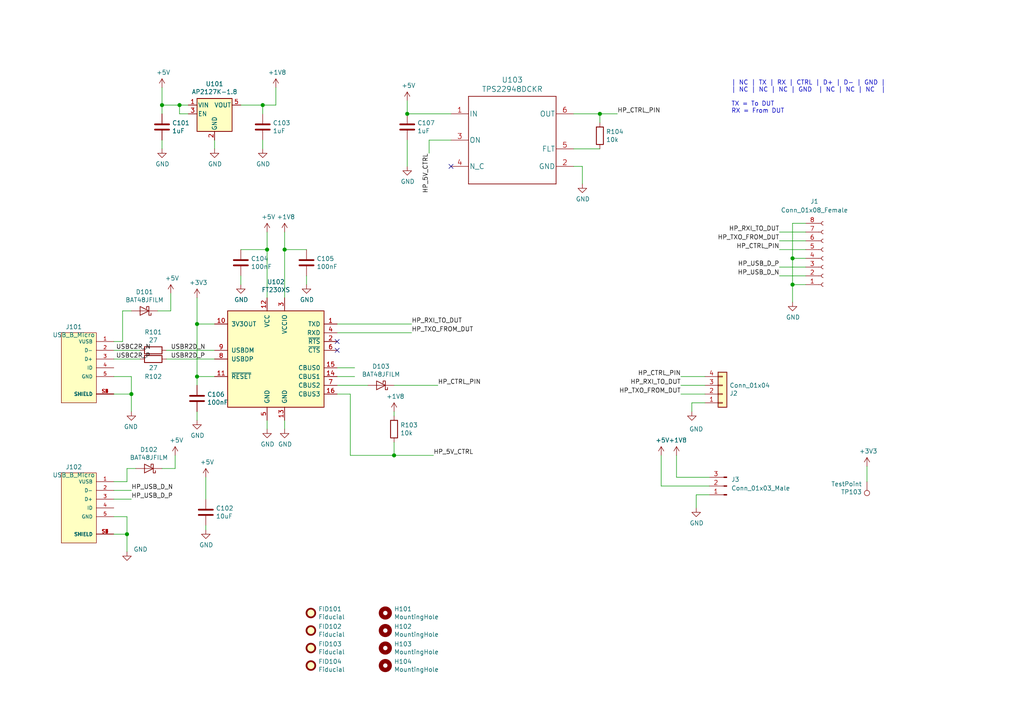
<source format=kicad_sch>
(kicad_sch (version 20210126) (generator eeschema)
  (paper "A4")
  (lib_symbols
    (symbol "10118193-0001LF:10118193-0001LF" (pin_names (offset 1.016))
      (property "Reference" "J" (at -5.08 10.922 0))
      (property "Value" "10118193-0001LF" (at -5.08 -12.7 0))
      (symbol "10118193-0001LF_0_0"
        (rectangle (start -5.08 -10.16) (end 5.08 10.16) (stroke (width 0.1524)) (fill (type background)))
        (pin passive line (at -10.16 7.62 0) (length 5.08) (name "VUSB") (number "1"))
        (pin passive line (at -10.16 5.08 0) (length 5.08) (name "D-") (number "2"))
        (pin passive line (at -10.16 2.54 0) (length 5.08) (name "D+") (number "3"))
        (pin passive line (at -10.16 0 0) (length 5.08) (name "ID") (number "4"))
        (pin passive line (at -10.16 -2.54 0) (length 5.08) (name "GND") (number "5"))
        (pin passive line (at -10.16 -7.62 0) (length 5.08) (name "SHIELD") (number "S1"))
        (pin passive line (at -10.16 -7.62 0) (length 5.08) (name "SHIELD") (number "S2"))
        (pin passive line (at -10.16 -7.62 0) (length 5.08) (name "SHIELD") (number "S3"))
        (pin passive line (at -10.16 -7.62 0) (length 5.08) (name "SHIELD") (number "S4"))
        (pin passive line (at -10.16 -7.62 0) (length 5.08) (name "SHIELD") (number "S5"))
        (pin passive line (at -10.16 -7.62 0) (length 5.08) (name "SHIELD") (number "S6"))
      )
    )
    (symbol "Connector:Conn_01x03_Male" (pin_names (offset 1.016) hide)
      (property "Reference" "J" (at 0 5.08 0))
      (property "Value" "Conn_01x03_Male" (at 0 -5.08 0))
      (symbol "Conn_01x03_Male_1_1"
        (rectangle (start 0.8636 -2.413) (end 0 -2.667) (stroke (width 0.1524)) (fill (type outline)))
        (rectangle (start 0.8636 0.127) (end 0 -0.127) (stroke (width 0.1524)) (fill (type outline)))
        (rectangle (start 0.8636 2.667) (end 0 2.413) (stroke (width 0.1524)) (fill (type outline)))
        (polyline (pts (xy 1.27 -2.54) (xy 0.8636 -2.54)) (stroke (width 0.1524)))
        (polyline (pts (xy 1.27 0) (xy 0.8636 0)) (stroke (width 0.1524)))
        (polyline (pts (xy 1.27 2.54) (xy 0.8636 2.54)) (stroke (width 0.1524)))
        (pin passive line (at 5.08 2.54 180) (length 3.81) (name "Pin_1") (number "1"))
        (pin passive line (at 5.08 0 180) (length 3.81) (name "Pin_2") (number "2"))
        (pin passive line (at 5.08 -2.54 180) (length 3.81) (name "Pin_3") (number "3"))
      )
    )
    (symbol "Connector:Conn_01x08_Female" (pin_names (offset 1.016) hide)
      (property "Reference" "J" (at 0 10.16 0))
      (property "Value" "Conn_01x08_Female" (at 0 -12.7 0))
      (symbol "Conn_01x08_Female_1_1"
        (arc (start 0 -9.652) (end 0 -10.668) (radius (at 0 -10.16) (length 0.508) (angles 90.1 -90.1)) (stroke (width 0.1524)))
        (arc (start 0 -7.112) (end 0 -8.128) (radius (at 0 -7.62) (length 0.508) (angles 90.1 -90.1)) (stroke (width 0.1524)))
        (arc (start 0 -4.572) (end 0 -5.588) (radius (at 0 -5.08) (length 0.508) (angles 90.1 -90.1)) (stroke (width 0.1524)))
        (arc (start 0 -2.032) (end 0 -3.048) (radius (at 0 -2.54) (length 0.508) (angles 90.1 -90.1)) (stroke (width 0.1524)))
        (arc (start 0 0.508) (end 0 -0.508) (radius (at 0 0) (length 0.508) (angles 90.1 -90.1)) (stroke (width 0.1524)))
        (arc (start 0 3.048) (end 0 2.032) (radius (at 0 2.54) (length 0.508) (angles 90.1 -90.1)) (stroke (width 0.1524)))
        (arc (start 0 5.588) (end 0 4.572) (radius (at 0 5.08) (length 0.508) (angles 90.1 -90.1)) (stroke (width 0.1524)))
        (arc (start 0 8.128) (end 0 7.112) (radius (at 0 7.62) (length 0.508) (angles 90.1 -90.1)) (stroke (width 0.1524)))
        (polyline (pts (xy -1.27 -10.16) (xy -0.508 -10.16)) (stroke (width 0.1524)))
        (polyline (pts (xy -1.27 -7.62) (xy -0.508 -7.62)) (stroke (width 0.1524)))
        (polyline (pts (xy -1.27 -5.08) (xy -0.508 -5.08)) (stroke (width 0.1524)))
        (polyline (pts (xy -1.27 -2.54) (xy -0.508 -2.54)) (stroke (width 0.1524)))
        (polyline (pts (xy -1.27 0) (xy -0.508 0)) (stroke (width 0.1524)))
        (polyline (pts (xy -1.27 2.54) (xy -0.508 2.54)) (stroke (width 0.1524)))
        (polyline (pts (xy -1.27 5.08) (xy -0.508 5.08)) (stroke (width 0.1524)))
        (polyline (pts (xy -1.27 7.62) (xy -0.508 7.62)) (stroke (width 0.1524)))
        (pin passive line (at -5.08 7.62 0) (length 3.81) (name "Pin_1") (number "1"))
        (pin passive line (at -5.08 5.08 0) (length 3.81) (name "Pin_2") (number "2"))
        (pin passive line (at -5.08 2.54 0) (length 3.81) (name "Pin_3") (number "3"))
        (pin passive line (at -5.08 0 0) (length 3.81) (name "Pin_4") (number "4"))
        (pin passive line (at -5.08 -2.54 0) (length 3.81) (name "Pin_5") (number "5"))
        (pin passive line (at -5.08 -5.08 0) (length 3.81) (name "Pin_6") (number "6"))
        (pin passive line (at -5.08 -7.62 0) (length 3.81) (name "Pin_7") (number "7"))
        (pin passive line (at -5.08 -10.16 0) (length 3.81) (name "Pin_8") (number "8"))
      )
    )
    (symbol "TPS22948DCKR:TPS22948DCKR" (pin_names (offset 0.254))
      (property "Reference" "U" (at 0 2.54 0))
      (property "Value" "TPS22948DCKR" (at 0 0 0))
      (symbol "TPS22948DCKR_1_1"
        (polyline (pts (xy -12.7 -12.7) (xy 12.7 -12.7)) (stroke (width 0.2032)))
        (polyline (pts (xy -12.7 12.7) (xy -12.7 -12.7)) (stroke (width 0.2032)))
        (polyline (pts (xy 12.7 -12.7) (xy 12.7 12.7)) (stroke (width 0.2032)))
        (polyline (pts (xy 12.7 12.7) (xy -12.7 12.7)) (stroke (width 0.2032)))
        (pin power_in line (at -17.78 7.62 0) (length 5.08) (name "IN") (number "1"))
        (pin power_in line (at 17.78 -7.62 180) (length 5.08) (name "GND") (number "2"))
        (pin input line (at -17.78 0 0) (length 5.08) (name "ON") (number "3"))
        (pin unspecified line (at -17.78 -7.62 0) (length 5.08) (name "N_C") (number "4"))
        (pin open_collector line (at 17.78 -2.54 180) (length 5.08) (name "FLT") (number "5"))
        (pin power_in line (at 17.78 7.62 180) (length 5.08) (name "OUT") (number "6"))
      )
    )
    (symbol "homebreakout-rescue:+1V8-power" (power) (pin_names (offset 0))
      (property "Value" "+1V8-power" (at 0 3.556 0))
      (symbol "+1V8-power_0_1"
        (polyline (pts (xy -0.762 1.27) (xy 0 2.54)))
        (polyline (pts (xy 0 0) (xy 0 2.54)))
        (polyline (pts (xy 0 2.54) (xy 0.762 1.27)))
      )
      (symbol "+1V8-power_1_1"
        (pin power_in line (at 0 0 90) (length 0) hide (name "+1V8") (number "1"))
      )
    )
    (symbol "homebreakout-rescue:+3.3V-power" (power) (pin_names (offset 0))
      (property "Value" "+3.3V-power" (at 0 3.556 0))
      (symbol "+3.3V-power_0_1"
        (polyline (pts (xy -0.762 1.27) (xy 0 2.54)))
        (polyline (pts (xy 0 0) (xy 0 2.54)))
        (polyline (pts (xy 0 2.54) (xy 0.762 1.27)))
      )
      (symbol "+3.3V-power_1_1"
        (pin power_in line (at 0 0 90) (length 0) hide (name "+3V3") (number "1"))
      )
    )
    (symbol "homebreakout-rescue:+5V-power" (power) (pin_names (offset 0))
      (property "Value" "+5V-power" (at 0 3.556 0))
      (symbol "+5V-power_0_1"
        (polyline (pts (xy -0.762 1.27) (xy 0 2.54)))
        (polyline (pts (xy 0 0) (xy 0 2.54)))
        (polyline (pts (xy 0 2.54) (xy 0.762 1.27)))
      )
      (symbol "+5V-power_1_1"
        (pin power_in line (at 0 0 90) (length 0) hide (name "+5V") (number "1"))
      )
    )
    (symbol "homebreakout-rescue:AP2127K-1.8-Regulator_Linear" (pin_names (offset 0.254))
      (property "Reference" "U" (at -5.08 5.715 0))
      (property "Value" "AP2127K-1.8-Regulator_Linear" (at 0 5.715 0))
      (symbol "AP2127K-1.8-Regulator_Linear_0_1"
        (rectangle (start -5.08 4.445) (end 5.08 -5.08) (stroke (width 0.254)) (fill (type background)))
      )
      (symbol "AP2127K-1.8-Regulator_Linear_1_1"
        (pin power_in line (at -7.62 2.54 0) (length 2.54) (name "VIN") (number "1"))
        (pin power_in line (at 0 -7.62 90) (length 2.54) (name "GND") (number "2"))
        (pin input line (at -7.62 0 0) (length 2.54) (name "EN") (number "3"))
        (pin no_connect line (at 7.62 0 180) (length 2.54) hide (name "NC") (number "4"))
        (pin power_out line (at 7.62 2.54 180) (length 2.54) (name "VOUT") (number "5"))
      )
    )
    (symbol "homebreakout-rescue:BAT48JFILM-Diode" (pin_numbers hide) (pin_names (offset 1.016) hide)
      (property "Reference" "D" (at 0 2.54 0))
      (property "Value" "BAT48JFILM-Diode" (at 0 -2.54 0))
      (symbol "BAT48JFILM-Diode_0_1"
        (polyline (pts (xy 1.27 0) (xy -1.27 0)))
        (polyline (pts (xy 1.27 1.27) (xy 1.27 -1.27) (xy -1.27 0) (xy 1.27 1.27)) (stroke (width 0.2032)))
        (polyline (pts (xy -1.905 0.635) (xy -1.905 1.27) (xy -1.27 1.27) (xy -1.27 -1.27) (xy -0.635 -1.27) (xy -0.635 -0.635)) (stroke (width 0.2032)))
      )
      (symbol "BAT48JFILM-Diode_1_1"
        (pin passive line (at -3.81 0 0) (length 2.54) (name "K") (number "1"))
        (pin passive line (at 3.81 0 180) (length 2.54) (name "A") (number "2"))
      )
    )
    (symbol "homebreakout-rescue:C-Device" (pin_numbers hide) (pin_names (offset 0.254))
      (property "Reference" "C" (at 0.635 2.54 0))
      (property "Value" "C-Device" (at 0.635 -2.54 0))
      (symbol "C-Device_0_1"
        (polyline (pts (xy -2.032 -0.762) (xy 2.032 -0.762)) (stroke (width 0.508)))
        (polyline (pts (xy -2.032 0.762) (xy 2.032 0.762)) (stroke (width 0.508)))
      )
      (symbol "C-Device_1_1"
        (pin passive line (at 0 3.81 270) (length 2.794) (name "~") (number "1"))
        (pin passive line (at 0 -3.81 90) (length 2.794) (name "~") (number "2"))
      )
    )
    (symbol "homebreakout-rescue:Conn_01x04-Connector_Generic" (pin_names (offset 1.016) hide)
      (property "Reference" "J" (at 0 5.08 0))
      (property "Value" "Conn_01x04-Connector_Generic" (at 0 -7.62 0))
      (symbol "Conn_01x04-Connector_Generic_1_1"
        (rectangle (start -1.27 -4.953) (end 0 -5.207) (stroke (width 0.1524)))
        (rectangle (start -1.27 -2.413) (end 0 -2.667) (stroke (width 0.1524)))
        (rectangle (start -1.27 0.127) (end 0 -0.127) (stroke (width 0.1524)))
        (rectangle (start -1.27 2.667) (end 0 2.413) (stroke (width 0.1524)))
        (rectangle (start -1.27 3.81) (end 1.27 -6.35) (stroke (width 0.254)) (fill (type background)))
        (pin passive line (at -5.08 2.54 0) (length 3.81) (name "Pin_1") (number "1"))
        (pin passive line (at -5.08 0 0) (length 3.81) (name "Pin_2") (number "2"))
        (pin passive line (at -5.08 -2.54 0) (length 3.81) (name "Pin_3") (number "3"))
        (pin passive line (at -5.08 -5.08 0) (length 3.81) (name "Pin_4") (number "4"))
      )
    )
    (symbol "homebreakout-rescue:FT230XS-Interface_USB" (pin_names (offset 1.016))
      (property "Reference" "U" (at -13.97 15.24 0))
      (property "Value" "FT230XS-Interface_USB" (at 7.62 15.24 0))
      (symbol "FT230XS-Interface_USB_0_1"
        (rectangle (start -13.97 13.97) (end 13.97 -13.97) (stroke (width 0.254)) (fill (type background)))
      )
      (symbol "FT230XS-Interface_USB_1_1"
        (pin output line (at 17.78 10.16 180) (length 3.81) (name "TXD") (number "1"))
        (pin power_out line (at -17.78 10.16 0) (length 3.81) (name "3V3OUT") (number "10"))
        (pin input line (at -17.78 -5.08 0) (length 3.81) (name "~RESET") (number "11"))
        (pin power_in line (at -2.54 17.78 270) (length 3.81) (name "VCC") (number "12"))
        (pin power_in line (at 2.54 -17.78 90) (length 3.81) (name "GND") (number "13"))
        (pin bidirectional line (at 17.78 -5.08 180) (length 3.81) (name "CBUS1") (number "14"))
        (pin bidirectional line (at 17.78 -2.54 180) (length 3.81) (name "CBUS0") (number "15"))
        (pin bidirectional line (at 17.78 -10.16 180) (length 3.81) (name "CBUS3") (number "16"))
        (pin output line (at 17.78 5.08 180) (length 3.81) (name "~RTS") (number "2"))
        (pin power_in line (at 2.54 17.78 270) (length 3.81) (name "VCCIO") (number "3"))
        (pin input line (at 17.78 7.62 180) (length 3.81) (name "RXD") (number "4"))
        (pin power_in line (at -2.54 -17.78 90) (length 3.81) (name "GND") (number "5"))
        (pin input line (at 17.78 2.54 180) (length 3.81) (name "~CTS") (number "6"))
        (pin bidirectional line (at 17.78 -7.62 180) (length 3.81) (name "CBUS2") (number "7"))
        (pin bidirectional line (at -17.78 0 0) (length 3.81) (name "USBDP") (number "8"))
        (pin bidirectional line (at -17.78 2.54 0) (length 3.81) (name "USBDM") (number "9"))
      )
    )
    (symbol "homebreakout-rescue:Fiducial-Mechanical"
      (property "Reference" "FID" (at 0 5.08 0))
      (property "Value" "Fiducial-Mechanical" (at 0 3.175 0))
      (symbol "Fiducial-Mechanical_0_1"
        (circle (center 0 0) (radius 1.27) (stroke (width 0.508)) (fill (type background)))
      )
    )
    (symbol "homebreakout-rescue:GND-power" (power) (pin_names (offset 0))
      (property "Value" "GND-power" (at 0 -3.81 0))
      (symbol "GND-power_0_1"
        (polyline (pts (xy 0 0) (xy 0 -1.27) (xy 1.27 -1.27) (xy 0 -2.54) (xy -1.27 -1.27) (xy 0 -1.27)))
      )
      (symbol "GND-power_1_1"
        (pin power_in line (at 0 0 270) (length 0) hide (name "GND") (number "1"))
      )
    )
    (symbol "homebreakout-rescue:MountingHole-Mechanical" (pin_names (offset 1.016))
      (property "Reference" "H" (at 0 5.08 0))
      (property "Value" "MountingHole-Mechanical" (at 0 3.175 0))
      (symbol "MountingHole-Mechanical_0_1"
        (circle (center 0 0) (radius 1.27) (stroke (width 1.27)))
      )
    )
    (symbol "homebreakout-rescue:R-Device" (pin_numbers hide) (pin_names (offset 0))
      (property "Reference" "R" (at 2.032 0 90))
      (property "Value" "R-Device" (at 0 0 90))
      (symbol "R-Device_0_1"
        (rectangle (start -1.016 -2.54) (end 1.016 2.54) (stroke (width 0.254)))
      )
      (symbol "R-Device_1_1"
        (pin passive line (at 0 3.81 270) (length 1.27) (name "~") (number "1"))
        (pin passive line (at 0 -3.81 90) (length 1.27) (name "~") (number "2"))
      )
    )
    (symbol "homebreakout-rescue:TestPoint-Connector" (pin_numbers hide) (pin_names (offset 0.762) hide)
      (property "Reference" "TP" (at 0 6.858 0))
      (property "Value" "TestPoint-Connector" (at 0 5.08 0))
      (symbol "TestPoint-Connector_0_1"
        (circle (center 0 3.302) (radius 0.762))
      )
      (symbol "TestPoint-Connector_1_1"
        (pin passive line (at 0 0 90) (length 2.54) (name "1") (number "1"))
      )
    )
    (symbol "power:GND" (power) (pin_names (offset 0))
      (property "Value" "GND" (at 0 -3.81 0))
      (symbol "GND_0_1"
        (polyline (pts (xy 0 0) (xy 0 -1.27) (xy 1.27 -1.27) (xy 0 -2.54) (xy -1.27 -1.27) (xy 0 -1.27)))
      )
      (symbol "GND_1_1"
        (pin power_in line (at 0 0 270) (length 0) hide (name "GND") (number "1"))
      )
    )
  )
  (junction (at 36.83 154.94) (diameter 1.016))
  (junction (at 38.1 114.3) (diameter 1.016))
  (junction (at 46.99 30.48) (diameter 1.016))
  (junction (at 52.07 30.48) (diameter 1.016))
  (junction (at 57.15 93.98) (diameter 1.016))
  (junction (at 57.15 109.22) (diameter 1.016))
  (junction (at 76.2 30.48) (diameter 1.016))
  (junction (at 77.47 72.39) (diameter 1.016))
  (junction (at 82.55 72.39) (diameter 1.016))
  (junction (at 114.3 132.08) (diameter 1.016))
  (junction (at 118.11 33.02) (diameter 1.016))
  (junction (at 173.99 33.02) (diameter 1.016))
  (junction (at 229.87 74.93) (diameter 1.016))
  (junction (at 229.87 82.55) (diameter 1.016))
  (no_connect (at 97.79 99.06))
  (no_connect (at 97.79 101.6))
  (no_connect (at 130.81 48.26))
  (wire (pts (xy 33.02 99.06) (xy 35.56 99.06)))
  (wire (pts (xy 33.02 101.6) (xy 40.64 101.6)))
  (wire (pts (xy 33.02 104.14) (xy 40.64 104.14)))
  (wire (pts (xy 33.02 109.22) (xy 38.1 109.22)))
  (wire (pts (xy 33.02 139.7) (xy 36.83 139.7)))
  (wire (pts (xy 33.02 144.78) (xy 38.1 144.78)))
  (wire (pts (xy 33.02 149.86) (xy 36.83 149.86)))
  (wire (pts (xy 33.02 154.94) (xy 36.83 154.94)))
  (wire (pts (xy 35.56 90.17) (xy 35.56 99.06)))
  (wire (pts (xy 35.56 90.17) (xy 38.1 90.17)))
  (wire (pts (xy 36.83 135.89) (xy 39.37 135.89)))
  (wire (pts (xy 36.83 139.7) (xy 36.83 135.89)))
  (wire (pts (xy 36.83 149.86) (xy 36.83 154.94)))
  (wire (pts (xy 36.83 154.94) (xy 36.83 160.02)))
  (wire (pts (xy 38.1 109.22) (xy 38.1 114.3)))
  (wire (pts (xy 38.1 114.3) (xy 33.02 114.3)))
  (wire (pts (xy 38.1 114.3) (xy 38.1 119.38)))
  (wire (pts (xy 38.1 142.24) (xy 33.02 142.24)))
  (wire (pts (xy 45.72 90.17) (xy 49.53 90.17)))
  (wire (pts (xy 46.99 25.4) (xy 46.99 30.48)))
  (wire (pts (xy 46.99 30.48) (xy 46.99 33.02)))
  (wire (pts (xy 46.99 30.48) (xy 52.07 30.48)))
  (wire (pts (xy 46.99 40.64) (xy 46.99 43.18)))
  (wire (pts (xy 46.99 135.89) (xy 50.8 135.89)))
  (wire (pts (xy 48.26 104.14) (xy 62.23 104.14)))
  (wire (pts (xy 49.53 90.17) (xy 49.53 85.09)))
  (wire (pts (xy 50.8 135.89) (xy 50.8 132.08)))
  (wire (pts (xy 52.07 30.48) (xy 52.07 33.02)))
  (wire (pts (xy 52.07 30.48) (xy 54.61 30.48)))
  (wire (pts (xy 52.07 33.02) (xy 54.61 33.02)))
  (wire (pts (xy 57.15 93.98) (xy 57.15 86.36)))
  (wire (pts (xy 57.15 93.98) (xy 57.15 109.22)))
  (wire (pts (xy 57.15 109.22) (xy 62.23 109.22)))
  (wire (pts (xy 57.15 111.76) (xy 57.15 109.22)))
  (wire (pts (xy 57.15 119.38) (xy 57.15 121.92)))
  (wire (pts (xy 59.69 138.43) (xy 59.69 144.78)))
  (wire (pts (xy 59.69 153.67) (xy 59.69 152.4)))
  (wire (pts (xy 62.23 40.64) (xy 62.23 43.18)))
  (wire (pts (xy 62.23 93.98) (xy 57.15 93.98)))
  (wire (pts (xy 62.23 101.6) (xy 48.26 101.6)))
  (wire (pts (xy 69.85 30.48) (xy 76.2 30.48)))
  (wire (pts (xy 69.85 72.39) (xy 77.47 72.39)))
  (wire (pts (xy 69.85 82.55) (xy 69.85 80.01)))
  (wire (pts (xy 76.2 30.48) (xy 76.2 33.02)))
  (wire (pts (xy 76.2 30.48) (xy 80.01 30.48)))
  (wire (pts (xy 76.2 40.64) (xy 76.2 43.18)))
  (wire (pts (xy 77.47 67.31) (xy 77.47 72.39)))
  (wire (pts (xy 77.47 72.39) (xy 77.47 86.36)))
  (wire (pts (xy 77.47 121.92) (xy 77.47 124.46)))
  (wire (pts (xy 80.01 30.48) (xy 80.01 25.4)))
  (wire (pts (xy 82.55 67.31) (xy 82.55 72.39)))
  (wire (pts (xy 82.55 72.39) (xy 82.55 86.36)))
  (wire (pts (xy 82.55 121.92) (xy 82.55 124.46)))
  (wire (pts (xy 88.9 72.39) (xy 82.55 72.39)))
  (wire (pts (xy 88.9 82.55) (xy 88.9 80.01)))
  (wire (pts (xy 97.79 93.98) (xy 119.38 93.98)))
  (wire (pts (xy 97.79 96.52) (xy 119.38 96.52)))
  (wire (pts (xy 97.79 106.68) (xy 102.87 106.68)))
  (wire (pts (xy 97.79 109.22) (xy 102.87 109.22)))
  (wire (pts (xy 97.79 111.76) (xy 106.68 111.76)))
  (wire (pts (xy 97.79 114.3) (xy 101.6 114.3)))
  (wire (pts (xy 101.6 114.3) (xy 101.6 132.08)))
  (wire (pts (xy 101.6 132.08) (xy 114.3 132.08)))
  (wire (pts (xy 114.3 111.76) (xy 127 111.76)))
  (wire (pts (xy 114.3 119.38) (xy 114.3 120.65)))
  (wire (pts (xy 114.3 128.27) (xy 114.3 132.08)))
  (wire (pts (xy 114.3 132.08) (xy 125.73 132.08)))
  (wire (pts (xy 118.11 33.02) (xy 118.11 29.21)))
  (wire (pts (xy 118.11 48.26) (xy 118.11 40.64)))
  (wire (pts (xy 124.46 40.64) (xy 130.81 40.64)))
  (wire (pts (xy 124.46 44.45) (xy 124.46 40.64)))
  (wire (pts (xy 130.81 33.02) (xy 118.11 33.02)))
  (wire (pts (xy 166.37 33.02) (xy 173.99 33.02)))
  (wire (pts (xy 166.37 43.18) (xy 173.99 43.18)))
  (wire (pts (xy 166.37 48.26) (xy 168.91 48.26)))
  (wire (pts (xy 168.91 48.26) (xy 168.91 53.34)))
  (wire (pts (xy 173.99 33.02) (xy 179.07 33.02)))
  (wire (pts (xy 173.99 35.56) (xy 173.99 33.02)))
  (wire (pts (xy 191.77 132.08) (xy 191.77 140.97)))
  (wire (pts (xy 191.77 140.97) (xy 205.74 140.97)))
  (wire (pts (xy 196.215 132.08) (xy 196.215 138.43)))
  (wire (pts (xy 196.215 138.43) (xy 205.74 138.43)) (stroke (width 0.152)))
  (wire (pts (xy 197.485 109.22) (xy 204.47 109.22)))
  (wire (pts (xy 197.485 111.76) (xy 204.47 111.76)))
  (wire (pts (xy 197.485 114.3) (xy 204.47 114.3)))
  (wire (pts (xy 200.66 116.84) (xy 204.47 116.84)))
  (wire (pts (xy 200.66 119.38) (xy 200.66 116.84)))
  (wire (pts (xy 201.93 143.51) (xy 201.93 147.32)))
  (wire (pts (xy 205.74 143.51) (xy 201.93 143.51)))
  (wire (pts (xy 226.06 67.31) (xy 233.68 67.31)))
  (wire (pts (xy 226.06 69.85) (xy 233.68 69.85)))
  (wire (pts (xy 226.06 72.39) (xy 233.68 72.39)))
  (wire (pts (xy 226.06 77.47) (xy 233.68 77.47)))
  (wire (pts (xy 226.06 80.01) (xy 233.68 80.01)))
  (wire (pts (xy 229.87 64.77) (xy 229.87 74.93)))
  (wire (pts (xy 229.87 74.93) (xy 229.87 82.55)))
  (wire (pts (xy 229.87 82.55) (xy 229.87 87.63)))
  (wire (pts (xy 229.87 82.55) (xy 233.68 82.55)))
  (wire (pts (xy 233.68 64.77) (xy 229.87 64.77)))
  (wire (pts (xy 233.68 74.93) (xy 229.87 74.93)))
  (wire (pts (xy 251.46 135.255) (xy 251.46 139.7)))
  (text "| NC | TX | RX | CTRL | D+ | D- | GND |\n| NC | NC | NC | GND  | NC | NC | NC  |\n\nTX = To DUT\nRX = From DUT\n" (at 212.09 33.02 0) (effects (font (size 1.27 1.27)) (justify left bottom)))
  (label "USBC2R_N" (at 33.655 101.6 0))
  (label "USBC2R_P" (at 33.655 104.14 0))
  (label "HP_USB_D_N" (at 38.1 142.24 0))
  (label "HP_USB_D_P" (at 38.1 144.78 0))
  (label "USBR2D_N" (at 49.53 101.6 0))
  (label "USBR2D_P" (at 49.53 104.14 0))
  (label "HP_RXI_TO_DUT" (at 119.38 93.98 0))
  (label "HP_TXO_FROM_DUT" (at 119.38 96.52 0))
  (label "HP_5V_CTRL" (at 124.46 44.45 270))
  (label "HP_5V_CTRL" (at 125.73 132.08 0))
  (label "HP_CTRL_PIN" (at 127 111.76 0))
  (label "HP_CTRL_PIN" (at 179.07 33.02 0))
  (label "HP_CTRL_PIN" (at 197.485 109.22 180))
  (label "HP_RXI_TO_DUT" (at 197.485 111.76 180))
  (label "HP_TXO_FROM_DUT" (at 197.485 114.3 180))
  (label "HP_RXI_TO_DUT" (at 226.06 67.31 180))
  (label "HP_TXO_FROM_DUT" (at 226.06 69.85 180))
  (label "HP_CTRL_PIN" (at 226.06 72.39 180))
  (label "HP_USB_D_P" (at 226.06 77.47 180))
  (label "HP_USB_D_N" (at 226.06 80.01 180))
  (symbol (lib_id "homebreakout-rescue:+5V-power") (at 46.99 25.4 0) (unit 1)
    (property "Reference" "#PWR0115" (effects hide))
    (property "Value" "+5V" (at 47.371 21.0058 0))
  )
  (symbol (lib_id "homebreakout-rescue:+5V-power") (at 49.53 85.09 0) (unit 1)
    (property "Reference" "#PWR0111" (effects hide))
    (property "Value" "+5V" (at 49.911 80.6958 0))
  )
  (symbol (lib_id "homebreakout-rescue:+5V-power") (at 50.8 132.08 0) (unit 1)
    (property "Reference" "#PWR0112" (effects hide))
    (property "Value" "+5V" (at 51.181 127.6858 0))
  )
  (symbol (lib_id "homebreakout-rescue:+3.3V-power") (at 57.15 86.36 0) (unit 1)
    (property "Reference" "#PWR0113" (effects hide))
    (property "Value" "+3.3V" (at 57.531 81.9658 0))
  )
  (symbol (lib_id "homebreakout-rescue:+5V-power") (at 59.69 138.43 0) (unit 1)
    (property "Reference" "#PWR0109" (effects hide))
    (property "Value" "+5V" (at 60.071 134.0358 0))
  )
  (symbol (lib_id "homebreakout-rescue:+5V-power") (at 77.47 67.31 0) (unit 1)
    (property "Reference" "#PWR0108" (effects hide))
    (property "Value" "+5V" (at 77.851 62.9158 0))
  )
  (symbol (lib_id "homebreakout-rescue:+1V8-power") (at 80.01 25.4 0) (unit 1)
    (property "Reference" "#PWR0107" (effects hide))
    (property "Value" "+1V8" (at 80.391 21.0058 0))
  )
  (symbol (lib_id "homebreakout-rescue:+1V8-power") (at 82.55 67.31 0) (unit 1)
    (property "Reference" "#PWR0110" (effects hide))
    (property "Value" "+1V8" (at 82.931 62.9158 0))
  )
  (symbol (lib_id "homebreakout-rescue:+1V8-power") (at 114.3 119.38 0) (unit 1)
    (property "Reference" "#PWR0116" (effects hide))
    (property "Value" "+1V8" (at 114.681 114.9858 0))
  )
  (symbol (lib_id "homebreakout-rescue:+5V-power") (at 118.11 29.21 0) (unit 1)
    (property "Reference" "#PWR0120" (effects hide))
    (property "Value" "+5V" (at 118.491 24.8158 0))
  )
  (symbol (lib_id "homebreakout-rescue:+5V-power") (at 191.77 132.08 0) (unit 1)
    (property "Reference" "#PWR0136" (effects hide))
    (property "Value" "+5V" (at 192.151 127.6858 0))
  )
  (symbol (lib_id "homebreakout-rescue:+1V8-power") (at 196.215 132.08 0) (unit 1)
    (property "Reference" "#PWR0138" (effects hide))
    (property "Value" "+1V8" (at 196.596 127.6858 0))
  )
  (symbol (lib_id "homebreakout-rescue:+3.3V-power") (at 251.46 135.255 0) (unit 1)
    (property "Reference" "#PWR0124" (effects hide))
    (property "Value" "+3.3V" (at 251.841 130.8608 0))
  )
  (symbol (lib_id "homebreakout-rescue:TestPoint-Connector") (at 251.46 139.7 180) (unit 1)
    (property "Reference" "TP103" (at 249.9868 142.6972 0) (effects (justify left)))
    (property "Value" "TestPoint" (at 249.9868 140.3858 0) (effects (justify left)))
    (property "Footprint" "TestPoint:TestPoint_Pad_D1.0mm" (effects hide))
  )
  (symbol (lib_id "homebreakout-rescue:GND-power") (at 36.83 160.02 0) (unit 1)
    (property "Reference" "#PWR0130" (effects hide))
    (property "Value" "GND" (at 40.767 159.3342 0))
  )
  (symbol (lib_id "homebreakout-rescue:GND-power") (at 38.1 119.38 0) (mirror y) (unit 1)
    (property "Reference" "#PWR0103" (effects hide))
    (property "Value" "GND" (at 37.973 123.7742 0))
  )
  (symbol (lib_id "homebreakout-rescue:GND-power") (at 46.99 43.18 0) (unit 1)
    (property "Reference" "#PWR0119" (effects hide))
    (property "Value" "GND" (at 47.117 47.5742 0))
  )
  (symbol (lib_id "homebreakout-rescue:GND-power") (at 57.15 121.92 0) (unit 1)
    (property "Reference" "#PWR0114" (effects hide))
    (property "Value" "GND" (at 57.277 126.3142 0))
  )
  (symbol (lib_id "homebreakout-rescue:GND-power") (at 59.69 153.67 0) (unit 1)
    (property "Reference" "#PWR0104" (effects hide))
    (property "Value" "GND" (at 59.817 158.0642 0))
  )
  (symbol (lib_id "homebreakout-rescue:GND-power") (at 62.23 43.18 0) (unit 1)
    (property "Reference" "#PWR0118" (effects hide))
    (property "Value" "GND" (at 62.357 47.5742 0))
  )
  (symbol (lib_id "homebreakout-rescue:GND-power") (at 69.85 82.55 0) (unit 1)
    (property "Reference" "#PWR0105" (effects hide))
    (property "Value" "GND" (at 69.977 86.9442 0))
  )
  (symbol (lib_id "homebreakout-rescue:GND-power") (at 76.2 43.18 0) (unit 1)
    (property "Reference" "#PWR0117" (effects hide))
    (property "Value" "GND" (at 76.327 47.5742 0))
  )
  (symbol (lib_id "homebreakout-rescue:GND-power") (at 77.47 124.46 0) (unit 1)
    (property "Reference" "#PWR0101" (effects hide))
    (property "Value" "GND" (at 77.597 128.8542 0))
  )
  (symbol (lib_id "homebreakout-rescue:GND-power") (at 82.55 124.46 0) (unit 1)
    (property "Reference" "#PWR0102" (effects hide))
    (property "Value" "GND" (at 82.677 128.8542 0))
  )
  (symbol (lib_id "homebreakout-rescue:GND-power") (at 88.9 82.55 0) (unit 1)
    (property "Reference" "#PWR0106" (effects hide))
    (property "Value" "GND" (at 89.027 86.9442 0))
  )
  (symbol (lib_id "homebreakout-rescue:GND-power") (at 118.11 48.26 0) (unit 1)
    (property "Reference" "#PWR0122" (effects hide))
    (property "Value" "GND" (at 118.237 52.6542 0))
  )
  (symbol (lib_id "homebreakout-rescue:GND-power") (at 168.91 53.34 0) (unit 1)
    (property "Reference" "#PWR0121" (effects hide))
    (property "Value" "GND" (at 169.037 57.7342 0))
  )
  (symbol (lib_id "power:GND") (at 200.66 119.38 0) (unit 1)
    (property "Reference" "#PWR0125" (effects hide))
    (property "Value" "GND" (at 201.93 124.46 0))
  )
  (symbol (lib_id "homebreakout-rescue:GND-power") (at 201.93 147.32 0) (unit 1)
    (property "Reference" "#PWR0139" (effects hide))
    (property "Value" "GND" (at 202.057 151.7142 0))
  )
  (symbol (lib_id "homebreakout-rescue:GND-power") (at 229.87 87.63 0) (unit 1)
    (property "Reference" "#PWR0123" (effects hide))
    (property "Value" "GND" (at 229.997 92.0242 0))
  )
  (symbol (lib_id "homebreakout-rescue:Fiducial-Mechanical") (at 90.17 177.8 0) (unit 1)
    (property "Reference" "FID101" (at 92.329 176.6316 0) (effects (justify left)))
    (property "Value" "Fiducial" (at 92.329 178.943 0) (effects (justify left)))
    (property "Footprint" "Fiducials:Fiducial_0.5mm_Dia_1mm_Outer" (effects hide))
  )
  (symbol (lib_id "homebreakout-rescue:Fiducial-Mechanical") (at 90.17 182.88 0) (unit 1)
    (property "Reference" "FID102" (at 92.329 181.7116 0) (effects (justify left)))
    (property "Value" "Fiducial" (at 92.329 184.023 0) (effects (justify left)))
    (property "Footprint" "Fiducials:Fiducial_0.5mm_Dia_1mm_Outer" (effects hide))
  )
  (symbol (lib_id "homebreakout-rescue:Fiducial-Mechanical") (at 90.17 187.96 0) (unit 1)
    (property "Reference" "FID103" (at 92.329 186.7916 0) (effects (justify left)))
    (property "Value" "Fiducial" (at 92.329 189.103 0) (effects (justify left)))
    (property "Footprint" "Fiducials:Fiducial_0.5mm_Dia_1mm_Outer" (effects hide))
  )
  (symbol (lib_id "homebreakout-rescue:Fiducial-Mechanical") (at 90.17 193.04 0) (unit 1)
    (property "Reference" "FID104" (at 92.329 191.8716 0) (effects (justify left)))
    (property "Value" "Fiducial" (at 92.329 194.183 0) (effects (justify left)))
    (property "Footprint" "Fiducials:Fiducial_0.5mm_Dia_1mm_Outer" (effects hide))
  )
  (symbol (lib_id "homebreakout-rescue:MountingHole-Mechanical") (at 111.76 177.8 0) (unit 1)
    (property "Reference" "H101" (at 114.3 176.6316 0) (effects (justify left)))
    (property "Value" "MountingHole" (at 114.3 178.943 0) (effects (justify left)))
    (property "Footprint" "Mounting_Holes:MountingHole_2.2mm_M2" (effects hide))
  )
  (symbol (lib_id "homebreakout-rescue:MountingHole-Mechanical") (at 111.76 182.88 0) (unit 1)
    (property "Reference" "H102" (at 114.3 181.7116 0) (effects (justify left)))
    (property "Value" "MountingHole" (at 114.3 184.023 0) (effects (justify left)))
    (property "Footprint" "Mounting_Holes:MountingHole_2.2mm_M2" (effects hide))
  )
  (symbol (lib_id "homebreakout-rescue:MountingHole-Mechanical") (at 111.76 187.96 0) (unit 1)
    (property "Reference" "H103" (at 114.3 186.7916 0) (effects (justify left)))
    (property "Value" "MountingHole" (at 114.3 189.103 0) (effects (justify left)))
    (property "Footprint" "Mounting_Holes:MountingHole_2.2mm_M2" (effects hide))
  )
  (symbol (lib_id "homebreakout-rescue:MountingHole-Mechanical") (at 111.76 193.04 0) (unit 1)
    (property "Reference" "H104" (at 114.3 191.8716 0) (effects (justify left)))
    (property "Value" "MountingHole" (at 114.3 194.183 0) (effects (justify left)))
    (property "Footprint" "Mounting_Holes:MountingHole_2.2mm_M2" (effects hide))
  )
  (symbol (lib_id "homebreakout-rescue:R-Device") (at 44.45 101.6 270) (unit 1)
    (property "Reference" "R101" (at 44.45 96.3422 90))
    (property "Value" "27" (at 44.45 98.6536 90))
    (property "Footprint" "Resistor_SMD:R_0603_1608Metric" (effects hide))
  )
  (symbol (lib_id "homebreakout-rescue:R-Device") (at 44.45 104.14 270) (unit 1)
    (property "Reference" "R102" (at 44.45 109.22 90))
    (property "Value" "27" (at 44.45 106.68 90))
    (property "Footprint" "Resistor_SMD:R_0603_1608Metric" (effects hide))
  )
  (symbol (lib_id "homebreakout-rescue:R-Device") (at 114.3 124.46 0) (unit 1)
    (property "Reference" "R103" (at 116.078 123.2916 0) (effects (justify left)))
    (property "Value" "10k" (at 116.078 125.603 0) (effects (justify left)))
    (property "Footprint" "Resistor_SMD:R_0603_1608Metric" (effects hide))
  )
  (symbol (lib_id "homebreakout-rescue:R-Device") (at 173.99 39.37 0) (unit 1)
    (property "Reference" "R104" (at 175.768 38.2016 0) (effects (justify left)))
    (property "Value" "10k" (at 175.768 40.513 0) (effects (justify left)))
    (property "Footprint" "Resistor_SMD:R_0603_1608Metric" (effects hide))
  )
  (symbol (lib_id "homebreakout-rescue:BAT48JFILM-Diode") (at 41.91 90.17 180) (unit 1)
    (property "Reference" "D101" (at 41.91 84.6836 0))
    (property "Value" "BAT48JFILM" (at 41.91 86.995 0))
    (property "Footprint" "Diode_SMD:D_SOD-323_HandSoldering" (effects hide))
    (property "Datasheet" "www.st.com/resource/en/datasheet/bat48.pdf" (effects hide))
  )
  (symbol (lib_id "homebreakout-rescue:BAT48JFILM-Diode") (at 43.18 135.89 180) (unit 1)
    (property "Reference" "D102" (at 43.18 130.4036 0))
    (property "Value" "BAT48JFILM" (at 43.18 132.715 0))
    (property "Footprint" "Diode_SMD:D_SOD-323_HandSoldering" (effects hide))
    (property "Datasheet" "www.st.com/resource/en/datasheet/bat48.pdf" (effects hide))
  )
  (symbol (lib_id "homebreakout-rescue:BAT48JFILM-Diode") (at 110.49 111.76 180) (unit 1)
    (property "Reference" "D103" (at 110.49 106.2736 0))
    (property "Value" "BAT48JFILM" (at 110.49 108.585 0))
    (property "Footprint" "Diode_SMD:D_SOD-323_HandSoldering" (effects hide))
    (property "Datasheet" "www.st.com/resource/en/datasheet/bat48.pdf" (effects hide))
  )
  (symbol (lib_id "Connector:Conn_01x03_Male") (at 210.82 140.97 180) (unit 1)
    (property "Reference" "J3" (at 212.09 139.065 0) (effects (justify right)))
    (property "Value" "Conn_01x03_Male" (at 212.09 141.605 0) (effects (justify right)))
    (property "Footprint" "Connector_PinHeader_2.54mm:PinHeader_1x03_P2.54mm_Vertical" (effects hide))
  )
  (symbol (lib_id "homebreakout-rescue:C-Device") (at 46.99 36.83 0) (unit 1)
    (property "Reference" "C101" (at 49.911 35.6616 0) (effects (justify left)))
    (property "Value" "1uF" (at 49.911 37.973 0) (effects (justify left)))
    (property "Footprint" "Capacitor_SMD:C_0603_1608Metric" (effects hide))
  )
  (symbol (lib_id "homebreakout-rescue:C-Device") (at 57.15 115.57 0) (unit 1)
    (property "Reference" "C106" (at 60.071 114.4016 0) (effects (justify left)))
    (property "Value" "100nF" (at 60.071 116.713 0) (effects (justify left)))
    (property "Footprint" "Capacitor_SMD:C_0603_1608Metric" (effects hide))
  )
  (symbol (lib_id "homebreakout-rescue:C-Device") (at 59.69 148.59 0) (unit 1)
    (property "Reference" "C102" (at 62.611 147.4216 0) (effects (justify left)))
    (property "Value" "10uF" (at 62.611 149.733 0) (effects (justify left)))
    (property "Footprint" "Capacitor_SMD:C_0603_1608Metric" (effects hide))
  )
  (symbol (lib_id "homebreakout-rescue:C-Device") (at 69.85 76.2 0) (unit 1)
    (property "Reference" "C104" (at 72.771 75.0316 0) (effects (justify left)))
    (property "Value" "100nF" (at 72.771 77.343 0) (effects (justify left)))
    (property "Footprint" "Capacitor_SMD:C_0603_1608Metric" (effects hide))
  )
  (symbol (lib_id "homebreakout-rescue:C-Device") (at 76.2 36.83 0) (unit 1)
    (property "Reference" "C103" (at 79.121 35.6616 0) (effects (justify left)))
    (property "Value" "1uF" (at 79.121 37.973 0) (effects (justify left)))
    (property "Footprint" "Capacitor_SMD:C_0603_1608Metric" (effects hide))
  )
  (symbol (lib_id "homebreakout-rescue:C-Device") (at 88.9 76.2 0) (unit 1)
    (property "Reference" "C105" (at 91.821 75.0316 0) (effects (justify left)))
    (property "Value" "100nF" (at 91.821 77.343 0) (effects (justify left)))
    (property "Footprint" "Capacitor_SMD:C_0603_1608Metric" (effects hide))
  )
  (symbol (lib_id "homebreakout-rescue:C-Device") (at 118.11 36.83 0) (unit 1)
    (property "Reference" "C107" (at 121.031 35.6616 0) (effects (justify left)))
    (property "Value" "1uF" (at 121.031 37.973 0) (effects (justify left)))
    (property "Footprint" "Capacitor_SMD:C_0603_1608Metric" (effects hide))
  )
  (symbol (lib_id "homebreakout-rescue:Conn_01x04-Connector_Generic") (at 209.55 114.3 0) (mirror x) (unit 1)
    (property "Reference" "J2" (at 211.582 114.0968 0) (effects (justify left)))
    (property "Value" "Conn_01x04" (at 211.582 111.7854 0) (effects (justify left)))
    (property "Footprint" "Connector_PinHeader_2.54mm:PinHeader_1x04_P2.54mm_Vertical" (effects hide))
  )
  (symbol (lib_id "Connector:Conn_01x08_Female") (at 238.76 74.93 0) (mirror x) (unit 1)
    (property "Reference" "J1" (at 236.22 58.42 0))
    (property "Value" "Conn_01x08_Female" (at 236.22 60.96 0))
    (property "Footprint" "footprints:SLW8S-1C7LF" (effects hide))
  )
  (symbol (lib_id "homebreakout-rescue:AP2127K-1.8-Regulator_Linear") (at 62.23 33.02 0) (unit 1)
    (property "Reference" "U101" (at 62.23 24.3332 0))
    (property "Value" "AP2127K-1.8" (at 62.23 26.6446 0))
    (property "Footprint" "Package_TO_SOT_SMD:SOT-23-5_HandSoldering" (effects hide))
    (property "Datasheet" "https://www.diodes.com/assets/Datasheets/AP2127.pdf" (effects hide))
  )
  (symbol (lib_id "10118193-0001LF:10118193-0001LF") (at 22.86 106.68 0) (mirror y) (unit 1)
    (property "Reference" "J101" (at 21.4122 94.8182 0))
    (property "Value" "USB_B_Micro" (at 21.4122 97.1296 0))
    (property "Footprint" "lib:FCI_10118193-0001LF" (effects hide))
  )
  (symbol (lib_id "10118193-0001LF:10118193-0001LF") (at 22.86 147.32 0) (mirror y) (unit 1)
    (property "Reference" "J102" (at 21.4122 135.4582 0))
    (property "Value" "USB_B_Micro" (at 21.4122 137.7696 0))
    (property "Footprint" "lib:FCI_10118193-0001LF" (effects hide))
  )
  (symbol (lib_id "TPS22948DCKR:TPS22948DCKR") (at 148.59 40.64 0) (unit 1)
    (property "Reference" "U103" (at 148.59 23.1648 0) (effects (font (size 1.524 1.524))))
    (property "Value" "TPS22948DCKR" (at 148.59 25.8572 0) (effects (font (size 1.524 1.524))))
    (property "Footprint" "Package_TO_SOT_SMD:SOT-363_SC-70-6_Handsoldering" (effects hide))
  )
  (symbol (lib_id "homebreakout-rescue:FT230XS-Interface_USB") (at 80.01 104.14 0) (unit 1)
    (property "Reference" "U102" (at 80.01 81.7626 0))
    (property "Value" "FT230XS" (at 80.01 84.074 0))
    (property "Footprint" "Package_SO:SSOP-16_3.9x4.9mm_P0.635mm" (effects hide))
    (property "Datasheet" "http://www.ftdichip.com/Products/ICs/FT230X.html" (effects hide))
  )
)
</source>
